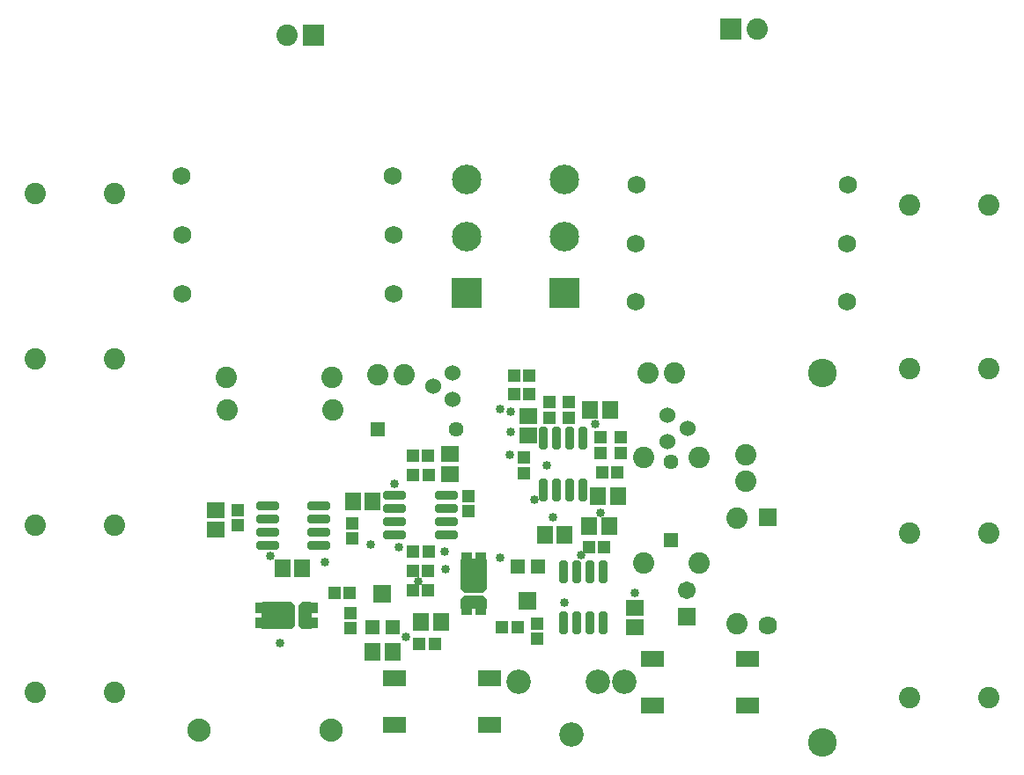
<source format=gbr>
G04*
G04 #@! TF.GenerationSoftware,Altium Limited,Altium Designer,24.0.1 (36)*
G04*
G04 Layer_Color=8388736*
%FSLAX44Y44*%
%MOMM*%
G71*
G04*
G04 #@! TF.SameCoordinates,8FF7991A-89D8-4168-8CAE-93076DC636D7*
G04*
G04*
G04 #@! TF.FilePolarity,Negative*
G04*
G01*
G75*
%ADD26R,2.3032X1.6032*%
%ADD27R,1.5032X1.7032*%
%ADD28R,1.2232X1.2432*%
%ADD29R,1.2432X1.2232*%
%ADD30R,1.4032X1.4032*%
%ADD31R,1.8032X1.7032*%
%ADD32R,1.7032X1.5032*%
G04:AMPARAMS|DCode=33|XSize=2.1732mm|YSize=0.8032mm|CornerRadius=0.1766mm|HoleSize=0mm|Usage=FLASHONLY|Rotation=180.000|XOffset=0mm|YOffset=0mm|HoleType=Round|Shape=RoundedRectangle|*
%AMROUNDEDRECTD33*
21,1,2.1732,0.4500,0,0,180.0*
21,1,1.8200,0.8032,0,0,180.0*
1,1,0.3532,-0.9100,0.2250*
1,1,0.3532,0.9100,0.2250*
1,1,0.3532,0.9100,-0.2250*
1,1,0.3532,-0.9100,-0.2250*
%
%ADD33ROUNDEDRECTD33*%
G04:AMPARAMS|DCode=34|XSize=2.1732mm|YSize=0.8032mm|CornerRadius=0.1766mm|HoleSize=0mm|Usage=FLASHONLY|Rotation=90.000|XOffset=0mm|YOffset=0mm|HoleType=Round|Shape=RoundedRectangle|*
%AMROUNDEDRECTD34*
21,1,2.1732,0.4500,0,0,90.0*
21,1,1.8200,0.8032,0,0,90.0*
1,1,0.3532,0.2250,0.9100*
1,1,0.3532,0.2250,-0.9100*
1,1,0.3532,-0.2250,-0.9100*
1,1,0.3532,-0.2250,0.9100*
%
%ADD34ROUNDEDRECTD34*%
%ADD35C,2.0532*%
%ADD36C,2.8432*%
%ADD37R,2.8432X2.8432*%
%ADD38C,2.2352*%
%ADD39C,1.4412*%
%ADD40R,1.4412X1.4412*%
%ADD41C,2.0532*%
%ADD42R,2.0532X2.0532*%
%ADD43C,1.5240*%
%ADD44C,1.7272*%
%ADD45R,1.7932X1.7932*%
%ADD46C,1.7932*%
%ADD47C,1.7112*%
%ADD48R,1.7112X1.7112*%
%ADD49C,2.3532*%
%ADD50C,2.7432*%
%ADD51R,1.4412X1.4412*%
%ADD52C,0.8532*%
G36*
X291202Y166726D02*
Y147726D01*
X287702Y144226D01*
X259702D01*
X258602Y145226D01*
X252702D01*
Y155226D01*
X258702D01*
Y159226D01*
X252702D01*
Y169226D01*
X258602D01*
X259702Y170226D01*
X287702D01*
X291202Y166726D01*
D02*
G37*
G36*
X306802Y169226D02*
X312702D01*
Y159226D01*
X306702D01*
Y155226D01*
X312702D01*
Y145226D01*
X306802D01*
X305702Y144226D01*
X297702D01*
X294202Y147726D01*
Y166726D01*
X297702Y170226D01*
X305702D01*
X306802Y169226D01*
D02*
G37*
G36*
X474788Y163576D02*
Y157676D01*
X464788D01*
Y163676D01*
X460788D01*
Y157676D01*
X450788D01*
Y163576D01*
X449788Y164676D01*
Y172676D01*
X453288Y176176D01*
X472288D01*
X475788Y172676D01*
Y164676D01*
X474788Y163576D01*
D02*
G37*
G36*
X472288Y179176D02*
X453288D01*
X449788Y182676D01*
Y210676D01*
X450788Y211776D01*
Y217676D01*
X460788D01*
Y211676D01*
X464788D01*
Y217676D01*
X474788D01*
Y211776D01*
X475788Y210676D01*
Y182676D01*
X472288Y179176D01*
D02*
G37*
D26*
X386554Y51668D02*
D03*
Y96668D02*
D03*
X477554D02*
D03*
Y51668D02*
D03*
X634966Y115718D02*
D03*
Y70718D02*
D03*
X725966D02*
D03*
Y115718D02*
D03*
D27*
X384404Y121678D02*
D03*
X365404D02*
D03*
X297790Y202438D02*
D03*
X278790D02*
D03*
X346354Y266700D02*
D03*
X365354D02*
D03*
X431038Y150887D02*
D03*
X412038D02*
D03*
X574700Y355092D02*
D03*
X593700D02*
D03*
X582320Y271780D02*
D03*
X601320D02*
D03*
X573938Y243332D02*
D03*
X592938D02*
D03*
X549910Y234696D02*
D03*
X530910D02*
D03*
D28*
X343916Y144808D02*
D03*
Y159508D02*
D03*
X235966Y258302D02*
D03*
Y243602D02*
D03*
X457454Y257318D02*
D03*
Y272018D02*
D03*
X345694Y231156D02*
D03*
Y245856D02*
D03*
X511048Y308878D02*
D03*
Y294178D02*
D03*
X535432Y347726D02*
D03*
Y362426D02*
D03*
X553974Y362172D02*
D03*
Y347472D02*
D03*
X584962Y328406D02*
D03*
Y313706D02*
D03*
X603758Y328406D02*
D03*
Y313706D02*
D03*
X524002Y134382D02*
D03*
Y149082D02*
D03*
D29*
X328946Y178573D02*
D03*
X343646D02*
D03*
X403876Y310642D02*
D03*
X418576D02*
D03*
X404400Y292100D02*
D03*
X419100D02*
D03*
Y218694D02*
D03*
X404400D02*
D03*
X403892Y199898D02*
D03*
X418592D02*
D03*
X404146Y181102D02*
D03*
X418846D02*
D03*
X410386Y129911D02*
D03*
X425086D02*
D03*
X501666Y369824D02*
D03*
X516366D02*
D03*
Y388112D02*
D03*
X501666D02*
D03*
X586264Y295148D02*
D03*
X600964D02*
D03*
X573564Y222758D02*
D03*
X588264D02*
D03*
X504682Y145542D02*
D03*
X489982D02*
D03*
D30*
X384904Y145820D02*
D03*
X364904D02*
D03*
X504604Y203944D02*
D03*
X524604D02*
D03*
D31*
X374904Y178319D02*
D03*
X514604Y171444D02*
D03*
D32*
X214376Y258674D02*
D03*
Y239674D02*
D03*
X439928Y312522D02*
D03*
Y293522D02*
D03*
X514858Y348996D02*
D03*
Y329996D02*
D03*
X617982Y164592D02*
D03*
Y145592D02*
D03*
D33*
X314068Y224282D02*
D03*
Y236982D02*
D03*
Y249682D02*
D03*
Y262382D02*
D03*
X264668D02*
D03*
Y249682D02*
D03*
Y236982D02*
D03*
Y224282D02*
D03*
X386718Y272796D02*
D03*
Y260096D02*
D03*
Y247396D02*
D03*
Y234696D02*
D03*
X436118D02*
D03*
Y247396D02*
D03*
Y260096D02*
D03*
Y272796D02*
D03*
D34*
X548878Y150042D02*
D03*
X561578D02*
D03*
X574278D02*
D03*
X586978D02*
D03*
Y199442D02*
D03*
X574278D02*
D03*
X561578D02*
D03*
X548878D02*
D03*
X567690Y278068D02*
D03*
X554990D02*
D03*
X542290D02*
D03*
X529590D02*
D03*
Y327468D02*
D03*
X542290D02*
D03*
X554990D02*
D03*
X567690D02*
D03*
D35*
X225298Y355346D02*
D03*
X326898D02*
D03*
X715772Y148844D02*
D03*
Y250444D02*
D03*
X370332Y388874D02*
D03*
X395732D02*
D03*
X225044Y386588D02*
D03*
X326644D02*
D03*
X282956Y716026D02*
D03*
X724662Y286512D02*
D03*
Y311912D02*
D03*
X630428Y390906D02*
D03*
X655828D02*
D03*
X626110Y309372D02*
D03*
Y207772D02*
D03*
X679704Y309372D02*
D03*
Y207772D02*
D03*
X735584Y721868D02*
D03*
D36*
X549656Y576470D02*
D03*
Y521970D02*
D03*
X456184D02*
D03*
Y576470D02*
D03*
D37*
X549656Y467470D02*
D03*
X456184D02*
D03*
D38*
X325628Y46736D02*
D03*
X198628D02*
D03*
D39*
X446117Y336042D02*
D03*
X652272Y304639D02*
D03*
D40*
X370747Y336042D02*
D03*
D41*
X40894Y244094D02*
D03*
X117094D02*
D03*
X40894Y563372D02*
D03*
X117094D02*
D03*
X40894Y83566D02*
D03*
X117094D02*
D03*
X40894Y403860D02*
D03*
X117094D02*
D03*
X958088Y78232D02*
D03*
X881888D02*
D03*
X958088Y552450D02*
D03*
X881888D02*
D03*
X958088Y394716D02*
D03*
X881888D02*
D03*
X958088Y236474D02*
D03*
X881888D02*
D03*
D42*
X308356Y716026D02*
D03*
X710184Y721868D02*
D03*
D43*
X442722Y364998D02*
D03*
X423672Y377698D02*
D03*
X442722Y390398D02*
D03*
X648970Y324612D02*
D03*
X668020Y337312D02*
D03*
X648970Y350012D02*
D03*
D44*
X182626Y466598D02*
D03*
X385826D02*
D03*
X182024Y523588D02*
D03*
X385224D02*
D03*
X181864Y580136D02*
D03*
X385064D02*
D03*
X822198Y571500D02*
D03*
X618998D02*
D03*
X821944Y458978D02*
D03*
X618744D02*
D03*
X821944Y515366D02*
D03*
X618744D02*
D03*
D45*
X745744Y251444D02*
D03*
D46*
Y147844D02*
D03*
D47*
X667258Y181610D02*
D03*
D48*
Y156210D02*
D03*
D49*
X557022Y42164D02*
D03*
X506222Y92964D02*
D03*
X582422D02*
D03*
X607822D02*
D03*
D50*
X797560Y35052D02*
D03*
Y390652D02*
D03*
D51*
X652272Y229269D02*
D03*
D52*
X538988Y251968D02*
D03*
X276606Y130556D02*
D03*
X487680Y213106D02*
D03*
X565824Y215118D02*
D03*
X549910Y169672D02*
D03*
X386080Y284226D02*
D03*
X319786Y208534D02*
D03*
X409623Y189575D02*
D03*
X579628Y341122D02*
D03*
X390906Y222758D02*
D03*
X617982Y178562D02*
D03*
X584705Y255788D02*
D03*
X532638Y301752D02*
D03*
X397510Y136652D02*
D03*
X521369Y268379D02*
D03*
X434340Y218948D02*
D03*
X363728Y225806D02*
D03*
X266954Y214630D02*
D03*
X435864Y201676D02*
D03*
X487680Y355938D02*
D03*
X498094Y353314D02*
D03*
X497332Y311912D02*
D03*
X498348Y333502D02*
D03*
M02*

</source>
